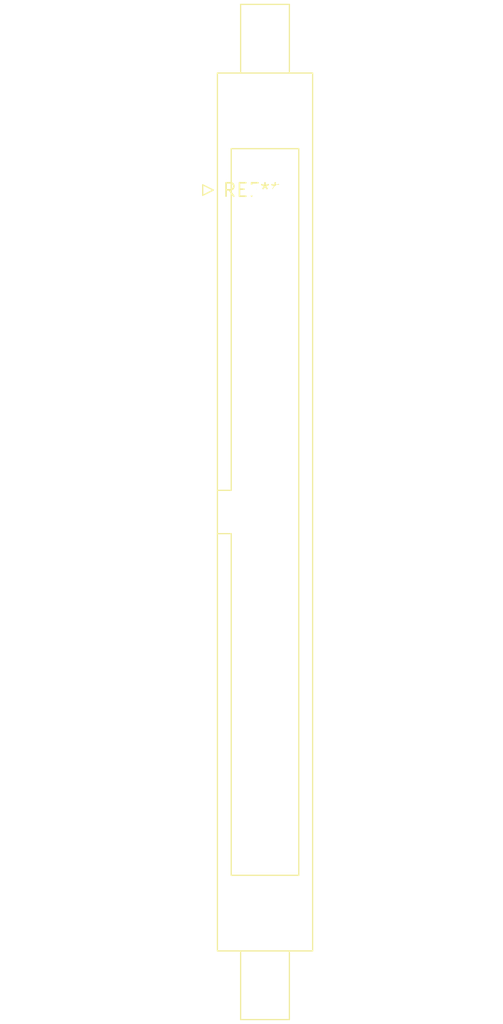
<source format=kicad_pcb>
(kicad_pcb (version 20240108) (generator pcbnew)
  (layers (0 "F.Cu" signal) (31 "B.Cu" signal) (34 "B.Paste" user) (35 "F.Paste" user) (36 "B.SilkS" user "B.Silkscreen") (37 "F.SilkS" user "F.Silkscreen") (38 "B.Mask" user) (39 "F.Mask" user) (44 "Edge.Cuts" user))
  (net 0 "")
  (footprint "IDC-Header_2x25_P2.54mm_Latch6.5mm_Vertical" (layer "F.Cu") (at 0 0)
    (property "Reference" "REF**")
    (property "Value" "IDC-Header_2x25_P2.54mm_Latch6.5mm_Vertical")
    (fp_line (start -4.63 -0.5) (end -4.63 0.5) (layer "F.SilkS") (stroke (width 0.12)))
    (fp_line (start -4.63 0.5) (end -3.63 0) (layer "F.SilkS") (stroke (width 0.12)))
    (fp_line (start -3.63 0) (end -4.63 -0.5) (layer "F.SilkS") (stroke (width 0.12)))
    (fp_line (start -3.24 -11.08) (end 5.78 -11.08) (layer "F.SilkS") (stroke (width 0.12)))
    (fp_line (start -3.24 28.43) (end -1.93 28.43) (layer "F.SilkS") (stroke (width 0.12)))
    (fp_line (start -3.24 72.04) (end -3.24 -11.08) (layer "F.SilkS") (stroke (width 0.12)))
    (fp_line (start -1.93 -3.92) (end 4.47 -3.92) (layer "F.SilkS") (stroke (width 0.12)))
    (fp_line (start -1.93 28.43) (end -1.93 -3.92) (layer "F.SilkS") (stroke (width 0.12)))
    (fp_line (start -1.93 32.53) (end -3.24 32.53) (layer "F.SilkS") (stroke (width 0.12)))
    (fp_line (start -1.93 32.53) (end -1.93 32.53) (layer "F.SilkS") (stroke (width 0.12)))
    (fp_line (start -1.93 64.88) (end -1.93 32.53) (layer "F.SilkS") (stroke (width 0.12)))
    (fp_line (start -1.04 -17.58) (end 3.58 -17.58) (layer "F.SilkS") (stroke (width 0.12)))
    (fp_line (start -1.04 -11.08) (end -1.04 -17.58) (layer "F.SilkS") (stroke (width 0.12)))
    (fp_line (start -1.04 72.04) (end -1.04 78.54) (layer "F.SilkS") (stroke (width 0.12)))
    (fp_line (start -1.04 78.54) (end 3.58 78.54) (layer "F.SilkS") (stroke (width 0.12)))
    (fp_line (start 3.58 -17.58) (end 3.58 -11.08) (layer "F.SilkS") (stroke (width 0.12)))
    (fp_line (start 3.58 78.54) (end 3.58 72.04) (layer "F.SilkS") (stroke (width 0.12)))
    (fp_line (start 4.47 -3.92) (end 4.47 64.88) (layer "F.SilkS") (stroke (width 0.12)))
    (fp_line (start 4.47 64.88) (end -1.93 64.88) (layer "F.SilkS") (stroke (width 0.12)))
    (fp_line (start 5.78 -11.08) (end 5.78 72.04) (layer "F.SilkS") (stroke (width 0.12)))
    (fp_line (start 5.78 72.04) (end -3.24 72.04) (layer "F.SilkS") (stroke (width 0.12)))
    (pad "1" thru_hole roundrect (at 0 0) (size 1.7 1.7) (drill 1) (layers *.Cu *.Mask) (remove_unused_layers) (roundrect_rratio 0.147059))
    (pad "2" thru_hole circle (at 2.54 0) (size 1.7 1.7) (drill 1) (layers *.Cu *.Mask) (remove_unused_layers))
    (pad "3" thru_hole circle (at 0 2.54) (size 1.7 1.7) (drill 1) (layers *.Cu *.Mask) (remove_unused_layers))
    (pad "4" thru_hole circle (at 2.54 2.54) (size 1.7 1.7) (drill 1) (layers *.Cu *.Mask) (remove_unused_layers))
    (pad "5" thru_hole circle (at 0 5.08) (size 1.7 1.7) (drill 1) (layers *.Cu *.Mask) (remove_unused_layers))
    (pad "6" thru_hole circle (at 2.54 5.08) (size 1.7 1.7) (drill 1) (layers *.Cu *.Mask) (remove_unused_layers))
    (pad "7" thru_hole circle (at 0 7.62) (size 1.7 1.7) (drill 1) (layers *.Cu *.Mask) (remove_unused_layers))
    (pad "8" thru_hole circle (at 2.54 7.62) (size 1.7 1.7) (drill 1) (layers *.Cu *.Mask) (remove_unused_layers))
    (pad "9" thru_hole circle (at 0 10.16) (size 1.7 1.7) (drill 1) (layers *.Cu *.Mask) (remove_unused_layers))
    (pad "10" thru_hole circle (at 2.54 10.16) (size 1.7 1.7) (drill 1) (layers *.Cu *.Mask) (remove_unused_layers))
    (pad "11" thru_hole circle (at 0 12.7) (size 1.7 1.7) (drill 1) (layers *.Cu *.Mask) (remove_unused_layers))
    (pad "12" thru_hole circle (at 2.54 12.7) (size 1.7 1.7) (drill 1) (layers *.Cu *.Mask) (remove_unused_layers))
    (pad "13" thru_hole circle (at 0 15.24) (size 1.7 1.7) (drill 1) (layers *.Cu *.Mask) (remove_unused_layers))
    (pad "14" thru_hole circle (at 2.54 15.24) (size 1.7 1.7) (drill 1) (layers *.Cu *.Mask) (remove_unused_layers))
    (pad "15" thru_hole circle (at 0 17.78) (size 1.7 1.7) (drill 1) (layers *.Cu *.Mask) (remove_unused_layers))
    (pad "16" thru_hole circle (at 2.54 17.78) (size 1.7 1.7) (drill 1) (layers *.Cu *.Mask) (remove_unused_layers))
    (pad "17" thru_hole circle (at 0 20.32) (size 1.7 1.7) (drill 1) (layers *.Cu *.Mask) (remove_unused_layers))
    (pad "18" thru_hole circle (at 2.54 20.32) (size 1.7 1.7) (drill 1) (layers *.Cu *.Mask) (remove_unused_layers))
    (pad "19" thru_hole circle (at 0 22.86) (size 1.7 1.7) (drill 1) (layers *.Cu *.Mask) (remove_unused_layers))
    (pad "20" thru_hole circle (at 2.54 22.86) (size 1.7 1.7) (drill 1) (layers *.Cu *.Mask) (remove_unused_layers))
    (pad "21" thru_hole circle (at 0 25.4) (size 1.7 1.7) (drill 1) (layers *.Cu *.Mask) (remove_unused_layers))
    (pad "22" thru_hole circle (at 2.54 25.4) (size 1.7 1.7) (drill 1) (layers *.Cu *.Mask) (remove_unused_layers))
    (pad "23" thru_hole circle (at 0 27.94) (size 1.7 1.7) (drill 1) (layers *.Cu *.Mask) (remove_unused_layers))
    (pad "24" thru_hole circle (at 2.54 27.94) (size 1.7 1.7) (drill 1) (layers *.Cu *.Mask) (remove_unused_layers))
    (pad "25" thru_hole circle (at 0 30.48) (size 1.7 1.7) (drill 1) (layers *.Cu *.Mask) (remove_unused_layers))
    (pad "26" thru_hole circle (at 2.54 30.48) (size 1.7 1.7) (drill 1) (layers *.Cu *.Mask) (remove_unused_layers))
    (pad "27" thru_hole circle (at 0 33.02) (size 1.7 1.7) (drill 1) (layers *.Cu *.Mask) (remove_unused_layers))
    (pad "28" thru_hole circle (at 2.54 33.02) (size 1.7 1.7) (drill 1) (layers *.Cu *.Mask) (remove_unused_layers))
    (pad "29" thru_hole circle (at 0 35.56) (size 1.7 1.7) (drill 1) (layers *.Cu *.Mask) (remove_unused_layers))
    (pad "30" thru_hole circle (at 2.54 35.56) (size 1.7 1.7) (drill 1) (layers *.Cu *.Mask) (remove_unused_layers))
    (pad "31" thru_hole circle (at 0 38.1) (size 1.7 1.7) (drill 1) (layers *.Cu *.Mask) (remove_unused_layers))
    (pad "32" thru_hole circle (at 2.54 38.1) (size 1.7 1.7) (drill 1) (layers *.Cu *.Mask) (remove_unused_layers))
    (pad "33" thru_hole circle (at 0 40.64) (size 1.7 1.7) (drill 1) (layers *.Cu *.Mask) (remove_unused_layers))
    (pad "34" thru_hole circle (at 2.54 40.64) (size 1.7 1.7) (drill 1) (layers *.Cu *.Mask) (remove_unused_layers))
    (pad "35" thru_hole circle (at 0 43.18) (size 1.7 1.7) (drill 1) (layers *.Cu *.Mask) (remove_unused_layers))
    (pad "36" thru_hole circle (at 2.54 43.18) (size 1.7 1.7) (drill 1) (layers *.Cu *.Mask) (remove_unused_layers))
    (pad "37" thru_hole circle (at 0 45.72) (size 1.7 1.7) (drill 1) (layers *.Cu *.Mask) (remove_unused_layers))
    (pad "38" thru_hole circle (at 2.54 45.72) (size 1.7 1.7) (drill 1) (layers *.Cu *.Mask) (remove_unused_layers))
    (pad "39" thru_hole circle (at 0 48.26) (size 1.7 1.7) (drill 1) (layers *.Cu *.Mask) (remove_unused_layers))
    (pad "40" thru_hole circle (at 2.54 48.26) (size 1.7 1.7) (drill 1) (layers *.Cu *.Mask) (remove_unused_layers))
    (pad "41" thru_hole circle (at 0 50.8) (size 1.7 1.7) (drill 1) (layers *.Cu *.Mask) (remove_unused_layers))
    (pad "42" thru_hole circle (at 2.54 50.8) (size 1.7 1.7) (drill 1) (layers *.Cu *.Mask) (remove_unused_layers))
    (pad "43" thru_hole circle (at 0 53.34) (size 1.7 1.7) (drill 1) (layers *.Cu *.Mask) (remove_unused_layers))
    (pad "44" thru_hole circle (at 2.54 53.34) (size 1.7 1.7) (drill 1) (layers *.Cu *.Mask) (remove_unused_layers))
    (pad "45" thru_hole circle (at 0 55.88) (size 1.7 1.7) (drill 1) (layers *.Cu *.Mask) (remove_unused_layers))
    (pad "46" thru_hole circle (at 2.54 55.88) (size 1.7 1.7) (drill 1) (layers *.Cu *.Mask) (remove_unused_layers))
    (pad "47" thru_hole circle (at 0 58.42) (size 1.7 1.7) (drill 1) (layers *.Cu *.Mask) (remove_unused_layers))
    (pad "48" thru_hole circle (at 2.54 58.42) (size 1.7 1.7) (drill 1) (layers *.Cu *.Mask) (remove_unused_layers))
    (pad "49" thru_hole circle (at 0 60.96) (size 1.7 1.7) (drill 1) (layers *.Cu *.Mask) (remove_unused_layers))
    (pad "50" thru_hole circle (at 2.54 60.96) (size 1.7 1.7) (drill 1) (layers *.Cu *.Mask) (remove_unused_layers))
  )
)
</source>
